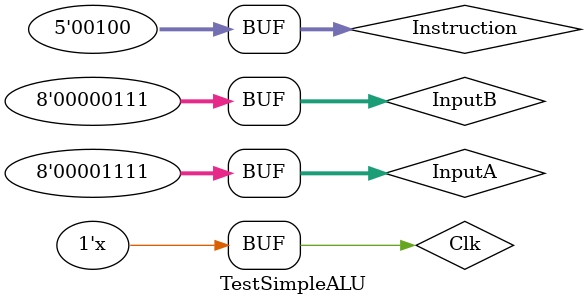
<source format=v>
`timescale 1ns / 1ps
`include "SimpleALU.v"

/*
 * Piotr Styczyński @styczynski
 * Verilog Components Library
 *
 * Test for SimpleALU module
 * 
 *
 * MIT License
 */
module TestSimpleALU
#(
	parameter INPUT_BIT_WIDTH  = 8,
    parameter INSTR_BIT_WIDTH  = 5,
    parameter FLAGS_COUNT      = 1,
    parameter CODE_INSTR_NOP   = 5'b00000,
    parameter CODE_INSTR_ADD   = 5'b00001,
    parameter CODE_INSTR_SUB   = 5'b00010,
    parameter CODE_INSTR_MUL   = 5'b00011,
    parameter CODE_INSTR_DIV   = 5'b00100,
    parameter CODE_INSTR_SHL   = 5'b00101,
    parameter CODE_INSTR_SHR   = 5'b00110,
    parameter CODE_INSTR_ROL   = 5'b00111,
    parameter CODE_INSTR_ROR   = 5'b01000,
    parameter CODE_INSTR_AND   = 5'b01001,
    parameter CODE_INSTR_XOR   = 5'b01011,
    parameter CODE_INSTR_OR   = 5'b01101,
    parameter CODE_INSTR_NAND = 5'b01110,
    parameter CODE_INSTR_XNOR = 5'b01111,
    parameter CODE_INSTR_GTH   = 5'b10000,
    parameter CODE_INSTR_EQU   = 5'b10001
);

    // Inputs
	reg Clk;
    reg [INSTR_BIT_WIDTH-1:0] Instruction;
    reg [INPUT_BIT_WIDTH-1:0] InputA;
    reg [INPUT_BIT_WIDTH-1:0] InputB;

	// Outputs
	wire [INPUT_BIT_WIDTH-1:0] ResultA;
    wire [INPUT_BIT_WIDTH-1:0] ResultB;
    wire [FLAGS_COUNT-1:0] Flags;
    wire Ready;

	// Instantiate the Unit Under Test (UUT)
	SimpleALU uut (
		.Clk(Clk),
        .Instruction(Instruction),
        .InputA(InputA),
        .InputB(InputB),
        .ResultA(ResultA),
        .ResultB(ResultB),
        .Flags(Flags),
        .Ready(Ready)
	);

	initial begin
		// Initialize Inputs
		
        Clk = 0;
        Instruction = CODE_INSTR_ADD;
        InputA = 15;
        InputB = 7;

		// Wait 100 ns for global reset to finish
		#100;
        
		  Instruction = CODE_INSTR_GTH;
        InputA = 15;
        InputB = 7;
		  
		#100;
        
		  Instruction = CODE_INSTR_OR;
        InputA = 15;
        InputB = 7;
		
		#100;
        
		  Instruction = CODE_INSTR_SUB;
        InputA = 15;
        InputB = 7;
		  
		#100;
        
		  Instruction = CODE_INSTR_SHL;
        InputA = 15;
        InputB = 7;
		  
		#100;
        
		  Instruction = CODE_INSTR_MUL;
        InputA = 15;
        InputB = 7;
		
		#100;
        
        Instruction = CODE_INSTR_DIV;
        InputA = 15;
        InputB = 7;
        
        #500;
		// Add stimulus here

	end

   initial begin
		$monitor("Clk=%d, Instruction=%d, InputA=%d, InputB=%d, ResultA=%d, ResultB=%d, Flags=%d, Ready=%d", Clk, Instruction, InputA, InputB, ResultA, ResultB, Flags, Ready);
	end
      
	always begin
		   Clk = #10 ~Clk;
	end
      
endmodule


</source>
